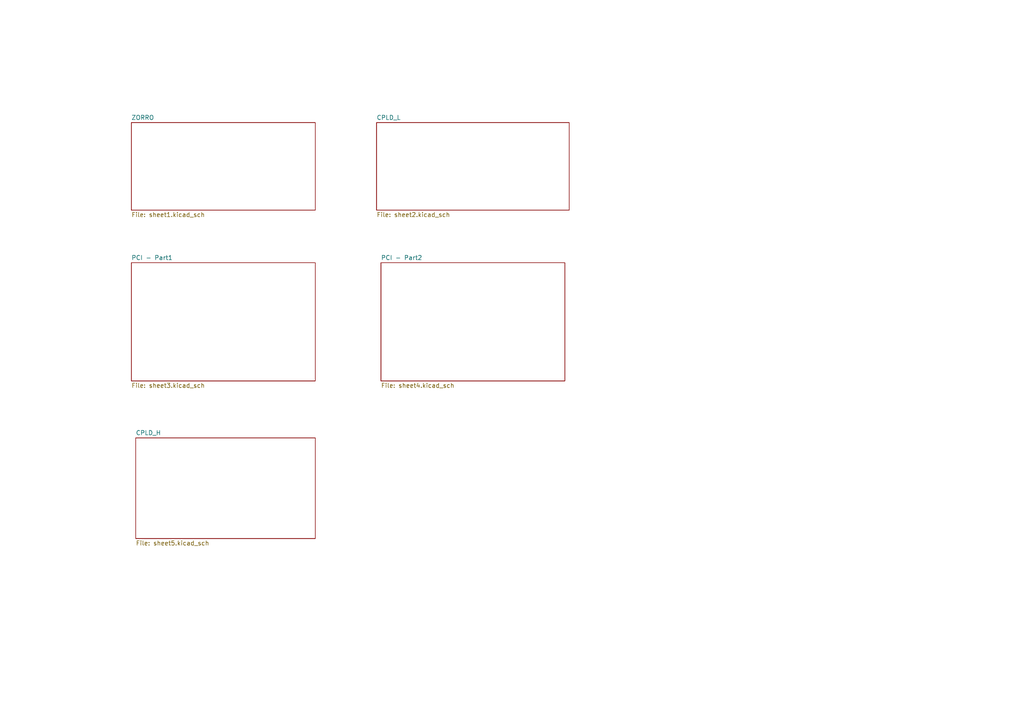
<source format=kicad_sch>
(kicad_sch (version 20230121) (generator eeschema)
  (paper "A4")
  (lib_symbols)
  (sheet (at 38.1 76.2) (size 53.34 34.29) (stroke (width 0.1524))
    (property "Sheetname" "PCI - Part1" (at 38.1 75.4884 0) (effects (justify left bottom)))
    (property "Sheetfile" "sheet3.kicad_sch" (at 38.1 111.0746 0) (effects (justify left top)))
  )
  (sheet (at 38.1 35.56) (size 53.34 25.4) (stroke (width 0.1524))
    (property "Sheetname" "ZORRO" (at 38.1 34.8484 0) (effects (justify left bottom)))
    (property "Sheetfile" "sheet1.kicad_sch" (at 38.1 61.5446 0) (effects (justify left top)))
  )
  (sheet (at 109.22 35.56) (size 55.88 25.4) (stroke (width 0.1524))
    (property "Sheetname" "CPLD_L" (at 109.22 34.8484 0) (effects (justify left bottom)))
    (property "Sheetfile" "sheet2.kicad_sch" (at 109.22 61.5446 0) (effects (justify left top)))
  )
  (sheet (at 39.37 127) (size 52.07 29.21) (stroke (width 0.1524))
    (property "Sheetname" "CPLD_H" (at 39.37 126.2884 0) (effects (justify left bottom)))
    (property "Sheetfile" "sheet5.kicad_sch" (at 39.37 156.7946 0) (effects (justify left top)))
  )
  (sheet (at 110.49 76.2) (size 53.34 34.29) (stroke (width 0.1524))
    (property "Sheetname" "PCI - Part2" (at 110.49 75.4884 0) (effects (justify left bottom)))
    (property "Sheetfile" "sheet4.kicad_sch" (at 110.49 111.0746 0) (effects (justify left top)))
  )
)
</source>
